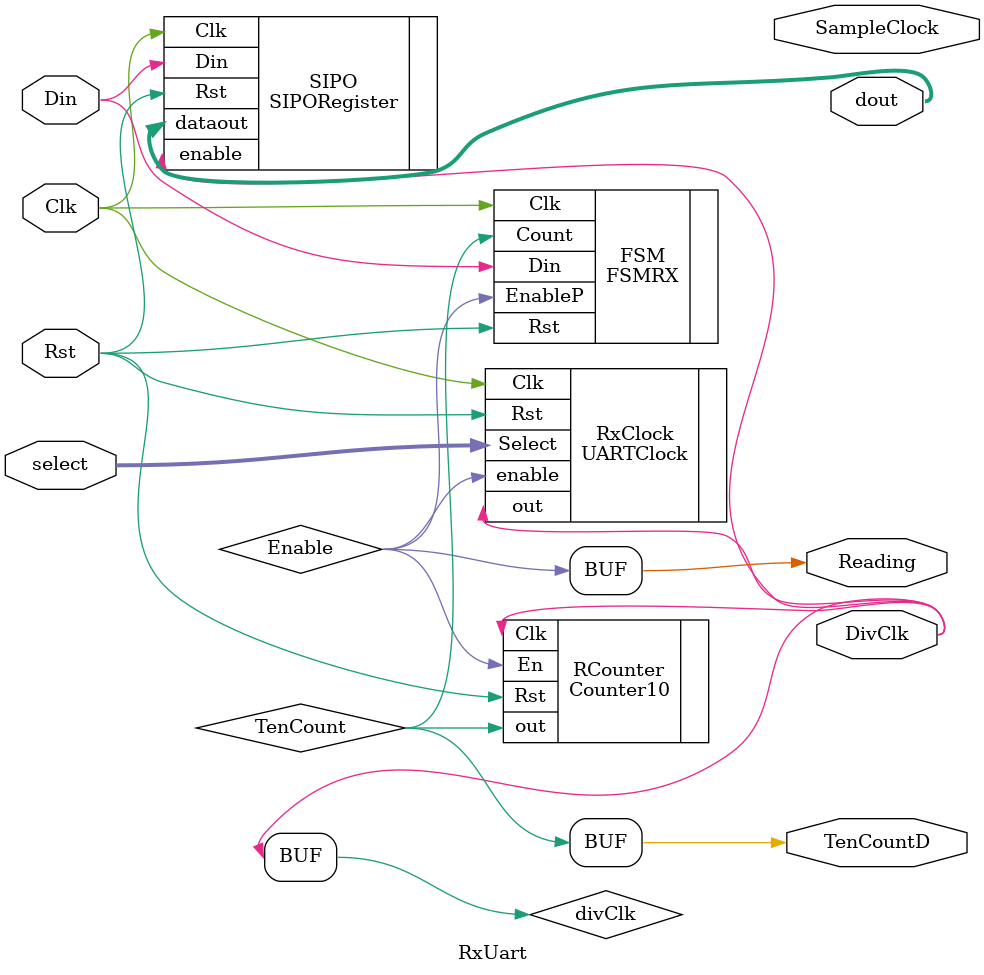
<source format=sv>
module RxUart (
	input Din, Clk, Rst,
	input [2:0] select,
	output [9:0] dout,
	//Debug Signals well need
	output DivClk,
	output SampleClock,
	output Reading,
	output TenCountD
);
	
	wire Enable;
	wire divClk;
	wire TenCount;
	UARTClock RxClock (
		.Rst(Rst),
		.Clk(Clk),
		.enable(Enable),
		.Select(select),
		.out(divClk)
	);
	
	
	Counter10 RCounter (
		.Clk(DivClk),
		.Rst(Rst),
		.En(Enable),
		.out(TenCount)
	);
	
	SIPORegister SIPO (
		.Din(Din),
		.Clk(Clk),
		.Rst(Rst),
		.enable(divClk),
		.dataout(dout)
	);
	
	FSMRX FSM (
		.Din(Din),
		.Clk(Clk),
		.Rst(Rst),
		.Count(TenCount),
		.EnableP(Enable)
	);
	
	assign DivClk = divClk;
	assign Reading = Enable;
	assign TenCountD = TenCount;
endmodule 
</source>
